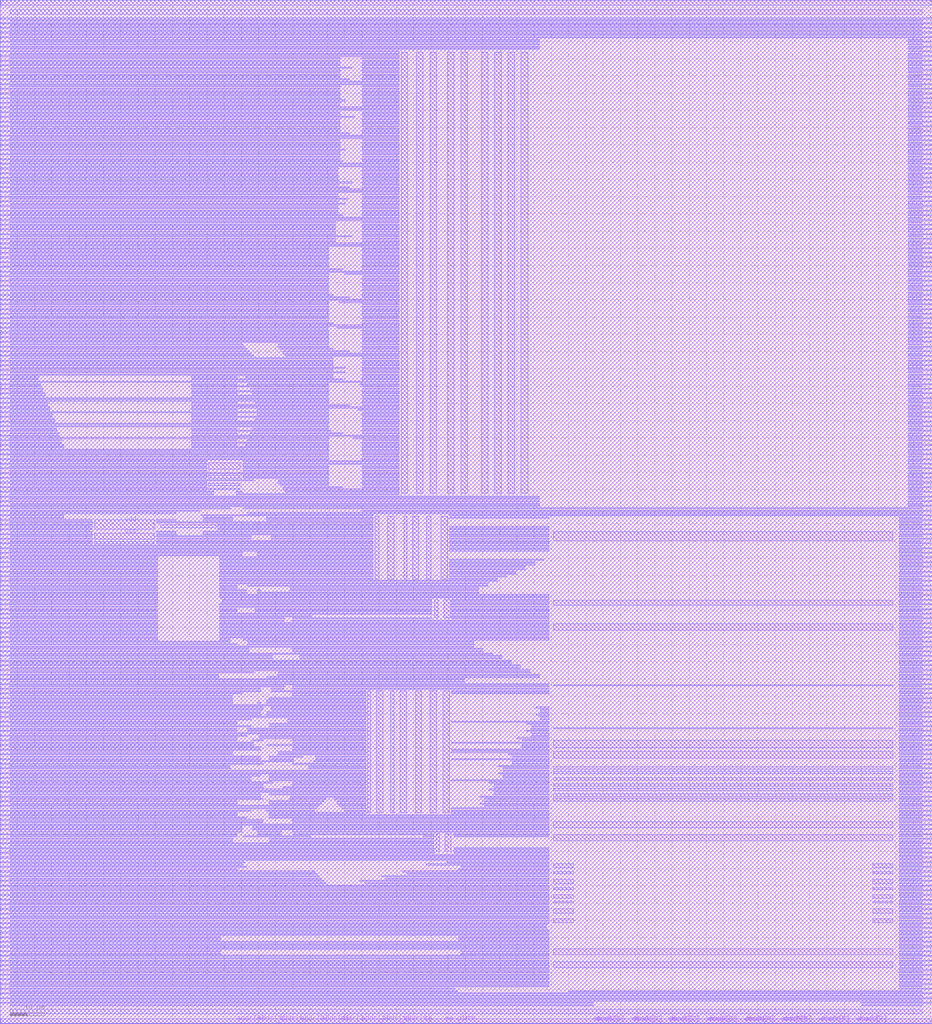
<source format=lef>
VERSION 5.8 ; 
BUSBITCHARS "[]" ; 
DIVIDERCHAR "/" ; 
MACRO sram22_512x8m8w1
    CLASS BLOCK  ;
    FOREIGN sram22_512x8m8w1   ;
    SIZE 270.560 BY 297.080 ;
    SYMMETRY X Y R90 ;
    PIN dout[0] 
        DIRECTION OUTPUT ; 
        ANTENNADIFFAREA 0.448000 LAYER met2 ;
        ANTENNAPARTIALMETALAREA 0.950300 LAYER met1 ;
        ANTENNAPARTIALMETALAREA 6.432400 LAYER met2 ;
        PORT 
            LAYER met1 ;
                RECT 172.830 0.000 172.970 0.140 ; 
        END 
    END dout[0] 
    PIN dout[1] 
        DIRECTION OUTPUT ; 
        ANTENNADIFFAREA 0.448000 LAYER met2 ;
        ANTENNAPARTIALMETALAREA 0.950300 LAYER met1 ;
        ANTENNAPARTIALMETALAREA 6.432400 LAYER met2 ;
        PORT 
            LAYER met1 ;
                RECT 183.730 0.000 183.870 0.140 ; 
        END 
    END dout[1] 
    PIN dout[2] 
        DIRECTION OUTPUT ; 
        ANTENNADIFFAREA 0.448000 LAYER met2 ;
        ANTENNAPARTIALMETALAREA 0.950300 LAYER met1 ;
        ANTENNAPARTIALMETALAREA 6.432400 LAYER met2 ;
        PORT 
            LAYER met1 ;
                RECT 194.630 0.000 194.770 0.140 ; 
        END 
    END dout[2] 
    PIN dout[3] 
        DIRECTION OUTPUT ; 
        ANTENNADIFFAREA 0.448000 LAYER met2 ;
        ANTENNAPARTIALMETALAREA 0.950300 LAYER met1 ;
        ANTENNAPARTIALMETALAREA 6.432400 LAYER met2 ;
        PORT 
            LAYER met1 ;
                RECT 205.530 0.000 205.670 0.140 ; 
        END 
    END dout[3] 
    PIN dout[4] 
        DIRECTION OUTPUT ; 
        ANTENNADIFFAREA 0.448000 LAYER met2 ;
        ANTENNAPARTIALMETALAREA 0.950300 LAYER met1 ;
        ANTENNAPARTIALMETALAREA 6.432400 LAYER met2 ;
        PORT 
            LAYER met1 ;
                RECT 216.430 0.000 216.570 0.140 ; 
        END 
    END dout[4] 
    PIN dout[5] 
        DIRECTION OUTPUT ; 
        ANTENNADIFFAREA 0.448000 LAYER met2 ;
        ANTENNAPARTIALMETALAREA 0.950300 LAYER met1 ;
        ANTENNAPARTIALMETALAREA 6.432400 LAYER met2 ;
        PORT 
            LAYER met1 ;
                RECT 227.330 0.000 227.470 0.140 ; 
        END 
    END dout[5] 
    PIN dout[6] 
        DIRECTION OUTPUT ; 
        ANTENNADIFFAREA 0.448000 LAYER met2 ;
        ANTENNAPARTIALMETALAREA 0.950300 LAYER met1 ;
        ANTENNAPARTIALMETALAREA 6.432400 LAYER met2 ;
        PORT 
            LAYER met1 ;
                RECT 238.230 0.000 238.370 0.140 ; 
        END 
    END dout[6] 
    PIN dout[7] 
        DIRECTION OUTPUT ; 
        ANTENNADIFFAREA 0.448000 LAYER met2 ;
        ANTENNAPARTIALMETALAREA 0.950300 LAYER met1 ;
        ANTENNAPARTIALMETALAREA 6.432400 LAYER met2 ;
        PORT 
            LAYER met1 ;
                RECT 249.130 0.000 249.270 0.140 ; 
        END 
    END dout[7] 
    PIN din[0] 
        DIRECTION INPUT ; 
        ANTENNAGATEAREA 0.126000 LAYER met2 ;
        ANTENNAPARTIALMETALAREA 3.802100 LAYER met1 ;
        ANTENNAPARTIALMETALAREA 6.154000 LAYER met2 ;
        PORT 
            LAYER met1 ;
                RECT 172.410 0.000 172.550 0.140 ; 
        END 
    END din[0] 
    PIN din[1] 
        DIRECTION INPUT ; 
        ANTENNAGATEAREA 0.126000 LAYER met2 ;
        ANTENNAPARTIALMETALAREA 3.802100 LAYER met1 ;
        ANTENNAPARTIALMETALAREA 6.154000 LAYER met2 ;
        PORT 
            LAYER met1 ;
                RECT 183.310 0.000 183.450 0.140 ; 
        END 
    END din[1] 
    PIN din[2] 
        DIRECTION INPUT ; 
        ANTENNAGATEAREA 0.126000 LAYER met2 ;
        ANTENNAPARTIALMETALAREA 3.802100 LAYER met1 ;
        ANTENNAPARTIALMETALAREA 6.154000 LAYER met2 ;
        PORT 
            LAYER met1 ;
                RECT 194.210 0.000 194.350 0.140 ; 
        END 
    END din[2] 
    PIN din[3] 
        DIRECTION INPUT ; 
        ANTENNAGATEAREA 0.126000 LAYER met2 ;
        ANTENNAPARTIALMETALAREA 3.802100 LAYER met1 ;
        ANTENNAPARTIALMETALAREA 6.154000 LAYER met2 ;
        PORT 
            LAYER met1 ;
                RECT 205.110 0.000 205.250 0.140 ; 
        END 
    END din[3] 
    PIN din[4] 
        DIRECTION INPUT ; 
        ANTENNAGATEAREA 0.126000 LAYER met2 ;
        ANTENNAPARTIALMETALAREA 3.802100 LAYER met1 ;
        ANTENNAPARTIALMETALAREA 6.154000 LAYER met2 ;
        PORT 
            LAYER met1 ;
                RECT 216.010 0.000 216.150 0.140 ; 
        END 
    END din[4] 
    PIN din[5] 
        DIRECTION INPUT ; 
        ANTENNAGATEAREA 0.126000 LAYER met2 ;
        ANTENNAPARTIALMETALAREA 3.802100 LAYER met1 ;
        ANTENNAPARTIALMETALAREA 6.154000 LAYER met2 ;
        PORT 
            LAYER met1 ;
                RECT 226.910 0.000 227.050 0.140 ; 
        END 
    END din[5] 
    PIN din[6] 
        DIRECTION INPUT ; 
        ANTENNAGATEAREA 0.126000 LAYER met2 ;
        ANTENNAPARTIALMETALAREA 3.802100 LAYER met1 ;
        ANTENNAPARTIALMETALAREA 6.154000 LAYER met2 ;
        PORT 
            LAYER met1 ;
                RECT 237.810 0.000 237.950 0.140 ; 
        END 
    END din[6] 
    PIN din[7] 
        DIRECTION INPUT ; 
        ANTENNAGATEAREA 0.126000 LAYER met2 ;
        ANTENNAPARTIALMETALAREA 3.802100 LAYER met1 ;
        ANTENNAPARTIALMETALAREA 6.154000 LAYER met2 ;
        PORT 
            LAYER met1 ;
                RECT 248.710 0.000 248.850 0.140 ; 
        END 
    END din[7] 
    PIN wmask[0] 
        DIRECTION INPUT ; 
        ANTENNAGATEAREA 0.126000 LAYER met2 ;
        ANTENNAPARTIALMETALAREA 1.612500 LAYER met1 ;
        ANTENNAPARTIALMETALAREA 0.278400 LAYER met2 ;
        PORT 
            LAYER met1 ;
                RECT 172.060 0.000 172.200 0.140 ; 
        END 
    END wmask[0] 
    PIN wmask[1] 
        DIRECTION INPUT ; 
        ANTENNAGATEAREA 0.126000 LAYER met2 ;
        ANTENNAPARTIALMETALAREA 1.612500 LAYER met1 ;
        ANTENNAPARTIALMETALAREA 0.278400 LAYER met2 ;
        PORT 
            LAYER met1 ;
                RECT 182.960 0.000 183.100 0.140 ; 
        END 
    END wmask[1] 
    PIN wmask[2] 
        DIRECTION INPUT ; 
        ANTENNAGATEAREA 0.126000 LAYER met2 ;
        ANTENNAPARTIALMETALAREA 1.612500 LAYER met1 ;
        ANTENNAPARTIALMETALAREA 0.278400 LAYER met2 ;
        PORT 
            LAYER met1 ;
                RECT 193.860 0.000 194.000 0.140 ; 
        END 
    END wmask[2] 
    PIN wmask[3] 
        DIRECTION INPUT ; 
        ANTENNAGATEAREA 0.126000 LAYER met2 ;
        ANTENNAPARTIALMETALAREA 1.612500 LAYER met1 ;
        ANTENNAPARTIALMETALAREA 0.278400 LAYER met2 ;
        PORT 
            LAYER met1 ;
                RECT 204.760 0.000 204.900 0.140 ; 
        END 
    END wmask[3] 
    PIN wmask[4] 
        DIRECTION INPUT ; 
        ANTENNAGATEAREA 0.126000 LAYER met2 ;
        ANTENNAPARTIALMETALAREA 1.612500 LAYER met1 ;
        ANTENNAPARTIALMETALAREA 0.278400 LAYER met2 ;
        PORT 
            LAYER met1 ;
                RECT 215.660 0.000 215.800 0.140 ; 
        END 
    END wmask[4] 
    PIN wmask[5] 
        DIRECTION INPUT ; 
        ANTENNAGATEAREA 0.126000 LAYER met2 ;
        ANTENNAPARTIALMETALAREA 1.612500 LAYER met1 ;
        ANTENNAPARTIALMETALAREA 0.278400 LAYER met2 ;
        PORT 
            LAYER met1 ;
                RECT 226.560 0.000 226.700 0.140 ; 
        END 
    END wmask[5] 
    PIN wmask[6] 
        DIRECTION INPUT ; 
        ANTENNAGATEAREA 0.126000 LAYER met2 ;
        ANTENNAPARTIALMETALAREA 1.612500 LAYER met1 ;
        ANTENNAPARTIALMETALAREA 0.278400 LAYER met2 ;
        PORT 
            LAYER met1 ;
                RECT 237.460 0.000 237.600 0.140 ; 
        END 
    END wmask[6] 
    PIN wmask[7] 
        DIRECTION INPUT ; 
        ANTENNAGATEAREA 0.126000 LAYER met2 ;
        ANTENNAPARTIALMETALAREA 1.612500 LAYER met1 ;
        ANTENNAPARTIALMETALAREA 0.278400 LAYER met2 ;
        PORT 
            LAYER met1 ;
                RECT 248.360 0.000 248.500 0.140 ; 
        END 
    END wmask[7] 
    PIN addr[0] 
        DIRECTION INPUT ; 
        ANTENNAGATEAREA 0.126000 LAYER met1 ;
        ANTENNAPARTIALMETALAREA 6.011900 LAYER met1 ;
        PORT 
            LAYER met1 ;
                RECT 116.760 0.000 117.080 0.320 ; 
        END 
    END addr[0] 
    PIN addr[1] 
        DIRECTION INPUT ; 
        ANTENNAGATEAREA 0.126000 LAYER met1 ;
        ANTENNAPARTIALMETALAREA 6.011900 LAYER met1 ;
        PORT 
            LAYER met1 ;
                RECT 110.640 0.000 110.960 0.320 ; 
        END 
    END addr[1] 
    PIN addr[2] 
        DIRECTION INPUT ; 
        ANTENNAGATEAREA 0.126000 LAYER met1 ;
        ANTENNAPARTIALMETALAREA 6.011900 LAYER met1 ;
        PORT 
            LAYER met1 ;
                RECT 104.520 0.000 104.840 0.320 ; 
        END 
    END addr[2] 
    PIN addr[3] 
        DIRECTION INPUT ; 
        ANTENNAGATEAREA 0.126000 LAYER met1 ;
        ANTENNAPARTIALMETALAREA 6.011900 LAYER met1 ;
        PORT 
            LAYER met1 ;
                RECT 98.400 0.000 98.720 0.320 ; 
        END 
    END addr[3] 
    PIN addr[4] 
        DIRECTION INPUT ; 
        ANTENNAGATEAREA 0.126000 LAYER met1 ;
        ANTENNAPARTIALMETALAREA 6.011900 LAYER met1 ;
        PORT 
            LAYER met1 ;
                RECT 92.960 0.000 93.280 0.320 ; 
        END 
    END addr[4] 
    PIN addr[5] 
        DIRECTION INPUT ; 
        ANTENNAGATEAREA 0.126000 LAYER met1 ;
        ANTENNAPARTIALMETALAREA 6.011900 LAYER met1 ;
        PORT 
            LAYER met1 ;
                RECT 86.840 0.000 87.160 0.320 ; 
        END 
    END addr[5] 
    PIN addr[6] 
        DIRECTION INPUT ; 
        ANTENNAGATEAREA 0.126000 LAYER met1 ;
        ANTENNAPARTIALMETALAREA 6.011900 LAYER met1 ;
        PORT 
            LAYER met1 ;
                RECT 80.720 0.000 81.040 0.320 ; 
        END 
    END addr[6] 
    PIN addr[7] 
        DIRECTION INPUT ; 
        ANTENNAGATEAREA 0.126000 LAYER met1 ;
        ANTENNAPARTIALMETALAREA 6.011900 LAYER met1 ;
        PORT 
            LAYER met1 ;
                RECT 74.600 0.000 74.920 0.320 ; 
        END 
    END addr[7] 
    PIN addr[8] 
        DIRECTION INPUT ; 
        ANTENNAGATEAREA 0.126000 LAYER met1 ;
        ANTENNAPARTIALMETALAREA 6.011900 LAYER met1 ;
        PORT 
            LAYER met1 ;
                RECT 68.480 0.000 68.800 0.320 ; 
        END 
    END addr[8] 
    PIN we 
        DIRECTION INPUT ; 
        ANTENNAGATEAREA 0.126000 LAYER met1 ;
        ANTENNAPARTIALMETALAREA 6.011900 LAYER met1 ;
        PORT 
            LAYER met1 ;
                RECT 129.000 0.000 129.320 0.320 ; 
        END 
    END we 
    PIN ce 
        DIRECTION INPUT ; 
        ANTENNAGATEAREA 0.126000 LAYER met1 ;
        ANTENNAPARTIALMETALAREA 6.011900 LAYER met1 ;
        PORT 
            LAYER met1 ;
                RECT 122.880 0.000 123.200 0.320 ; 
        END 
    END ce 
    PIN clk 
        DIRECTION INPUT ; 
        ANTENNAGATEAREA 10.323000 LAYER met2 ;
        PORT 
            LAYER met1 ;
                RECT 132.400 0.000 132.720 0.320 ; 
        END 
    END clk 
    PIN rstb 
        DIRECTION INPUT ; 
        ANTENNAGATEAREA 14.229000 LAYER met2 ;
        PORT 
            LAYER met1 ;
                RECT 133.080 0.000 133.400 0.320 ; 
        END 
    END rstb 
    PIN vdd 
        DIRECTION INOUT ; 
        USE POWER ; 
        PORT 
            LAYER met2 ;
                RECT 0.160 5.920 172.160 6.240 ; 
                RECT 250.040 5.920 270.400 6.240 ; 
                RECT 0.160 7.280 270.400 7.600 ; 
                RECT 0.160 8.640 270.400 8.960 ; 
                RECT 0.160 10.000 132.040 10.320 ; 
                RECT 260.920 10.000 270.400 10.320 ; 
                RECT 0.160 11.360 159.240 11.680 ; 
                RECT 260.920 11.360 270.400 11.680 ; 
                RECT 0.160 12.720 159.240 13.040 ; 
                RECT 260.920 12.720 270.400 13.040 ; 
                RECT 0.160 14.080 159.240 14.400 ; 
                RECT 260.920 14.080 270.400 14.400 ; 
                RECT 0.160 15.440 159.240 15.760 ; 
                RECT 260.920 15.440 270.400 15.760 ; 
                RECT 0.160 16.800 159.240 17.120 ; 
                RECT 260.920 16.800 270.400 17.120 ; 
                RECT 0.160 18.160 159.240 18.480 ; 
                RECT 260.920 18.160 270.400 18.480 ; 
                RECT 0.160 19.520 159.240 19.840 ; 
                RECT 260.920 19.520 270.400 19.840 ; 
                RECT 0.160 20.880 64.040 21.200 ; 
                RECT 133.760 20.880 159.240 21.200 ; 
                RECT 260.920 20.880 270.400 21.200 ; 
                RECT 0.160 22.240 159.240 22.560 ; 
                RECT 260.920 22.240 270.400 22.560 ; 
                RECT 0.160 23.600 159.240 23.920 ; 
                RECT 260.920 23.600 270.400 23.920 ; 
                RECT 0.160 24.960 64.040 25.280 ; 
                RECT 133.080 24.960 159.240 25.280 ; 
                RECT 260.920 24.960 270.400 25.280 ; 
                RECT 0.160 26.320 159.240 26.640 ; 
                RECT 260.920 26.320 270.400 26.640 ; 
                RECT 0.160 27.680 158.560 28.000 ; 
                RECT 260.920 27.680 270.400 28.000 ; 
                RECT 0.160 29.040 159.240 29.360 ; 
                RECT 260.920 29.040 270.400 29.360 ; 
                RECT 0.160 30.400 159.240 30.720 ; 
                RECT 260.920 30.400 270.400 30.720 ; 
                RECT 0.160 31.760 159.240 32.080 ; 
                RECT 260.920 31.760 270.400 32.080 ; 
                RECT 0.160 33.120 159.240 33.440 ; 
                RECT 260.920 33.120 270.400 33.440 ; 
                RECT 0.160 34.480 159.240 34.800 ; 
                RECT 260.920 34.480 270.400 34.800 ; 
                RECT 0.160 35.840 159.240 36.160 ; 
                RECT 260.920 35.840 270.400 36.160 ; 
                RECT 0.160 37.200 159.240 37.520 ; 
                RECT 260.920 37.200 270.400 37.520 ; 
                RECT 0.160 38.560 159.240 38.880 ; 
                RECT 260.920 38.560 270.400 38.880 ; 
                RECT 0.160 39.920 159.240 40.240 ; 
                RECT 260.920 39.920 270.400 40.240 ; 
                RECT 0.160 41.280 93.960 41.600 ; 
                RECT 104.520 41.280 159.240 41.600 ; 
                RECT 260.920 41.280 270.400 41.600 ; 
                RECT 0.160 42.640 92.600 42.960 ; 
                RECT 110.640 42.640 159.240 42.960 ; 
                RECT 260.920 42.640 270.400 42.960 ; 
                RECT 0.160 44.000 91.240 44.320 ; 
                RECT 116.760 44.000 159.240 44.320 ; 
                RECT 260.920 44.000 270.400 44.320 ; 
                RECT 0.160 45.360 71.520 45.680 ; 
                RECT 133.760 45.360 159.240 45.680 ; 
                RECT 260.920 45.360 270.400 45.680 ; 
                RECT 0.160 46.720 70.840 47.040 ; 
                RECT 129.680 46.720 159.240 47.040 ; 
                RECT 260.920 46.720 270.400 47.040 ; 
                RECT 0.160 48.080 159.240 48.400 ; 
                RECT 260.920 48.080 270.400 48.400 ; 
                RECT 0.160 49.440 125.920 49.760 ; 
                RECT 131.720 49.440 159.240 49.760 ; 
                RECT 260.920 49.440 270.400 49.760 ; 
                RECT 0.160 50.800 125.920 51.120 ; 
                RECT 131.720 50.800 159.240 51.120 ; 
                RECT 260.920 50.800 270.400 51.120 ; 
                RECT 0.160 52.160 125.920 52.480 ; 
                RECT 260.920 52.160 270.400 52.480 ; 
                RECT 0.160 53.520 67.440 53.840 ; 
                RECT 78.000 53.520 125.920 53.840 ; 
                RECT 260.920 53.520 270.400 53.840 ; 
                RECT 0.160 54.880 68.800 55.200 ; 
                RECT 74.600 54.880 81.720 55.200 ; 
                RECT 84.800 54.880 125.920 55.200 ; 
                RECT 131.720 54.880 159.240 55.200 ; 
                RECT 260.920 54.880 270.400 55.200 ; 
                RECT 0.160 56.240 70.160 56.560 ; 
                RECT 73.240 56.240 159.240 56.560 ; 
                RECT 260.920 56.240 270.400 56.560 ; 
                RECT 0.160 57.600 159.240 57.920 ; 
                RECT 260.920 57.600 270.400 57.920 ; 
                RECT 0.160 58.960 76.280 59.280 ; 
                RECT 84.800 58.960 159.240 59.280 ; 
                RECT 260.920 58.960 270.400 59.280 ; 
                RECT 0.160 60.320 68.800 60.640 ; 
                RECT 78.000 60.320 159.240 60.640 ; 
                RECT 260.920 60.320 270.400 60.640 ; 
                RECT 0.160 61.680 72.880 62.000 ; 
                RECT 77.320 61.680 91.240 62.000 ; 
                RECT 99.760 61.680 106.200 62.000 ; 
                RECT 131.040 61.680 159.240 62.000 ; 
                RECT 260.920 61.680 270.400 62.000 ; 
                RECT 0.160 63.040 92.600 63.360 ; 
                RECT 98.400 63.040 106.200 63.360 ; 
                RECT 140.560 63.040 159.240 63.360 ; 
                RECT 260.920 63.040 270.400 63.360 ; 
                RECT 0.160 64.400 68.800 64.720 ; 
                RECT 78.000 64.400 93.960 64.720 ; 
                RECT 97.720 64.400 106.200 64.720 ; 
                RECT 140.560 64.400 159.240 64.720 ; 
                RECT 260.920 64.400 270.400 64.720 ; 
                RECT 0.160 65.760 75.600 66.080 ; 
                RECT 84.120 65.760 106.200 66.080 ; 
                RECT 139.200 65.760 159.240 66.080 ; 
                RECT 260.920 65.760 270.400 66.080 ; 
                RECT 0.160 67.120 106.200 67.440 ; 
                RECT 143.280 67.120 159.240 67.440 ; 
                RECT 260.920 67.120 270.400 67.440 ; 
                RECT 0.160 68.480 76.280 68.800 ; 
                RECT 82.080 68.480 106.200 68.800 ; 
                RECT 143.280 68.480 159.240 68.800 ; 
                RECT 260.920 68.480 270.400 68.800 ; 
                RECT 0.160 69.840 79.000 70.160 ; 
                RECT 84.800 69.840 106.200 70.160 ; 
                RECT 141.920 69.840 159.240 70.160 ; 
                RECT 260.920 69.840 270.400 70.160 ; 
                RECT 0.160 71.200 72.880 71.520 ; 
                RECT 78.000 71.200 106.200 71.520 ; 
                RECT 146.000 71.200 159.240 71.520 ; 
                RECT 260.920 71.200 270.400 71.520 ; 
                RECT 0.160 72.560 106.200 72.880 ; 
                RECT 144.640 72.560 159.240 72.880 ; 
                RECT 260.920 72.560 270.400 72.880 ; 
                RECT 0.160 73.920 66.760 74.240 ; 
                RECT 89.560 73.920 106.200 74.240 ; 
                RECT 146.000 73.920 159.240 74.240 ; 
                RECT 260.920 73.920 270.400 74.240 ; 
                RECT 0.160 75.280 76.280 75.600 ; 
                RECT 84.800 75.280 106.200 75.600 ; 
                RECT 148.720 75.280 159.240 75.600 ; 
                RECT 260.920 75.280 270.400 75.600 ; 
                RECT 0.160 76.640 75.600 76.960 ; 
                RECT 78.000 76.640 85.120 76.960 ; 
                RECT 91.600 76.640 106.200 76.960 ; 
                RECT 131.040 76.640 159.240 76.960 ; 
                RECT 260.920 76.640 270.400 76.960 ; 
                RECT 0.160 78.000 67.440 78.320 ; 
                RECT 80.720 78.000 106.200 78.320 ; 
                RECT 147.360 78.000 159.240 78.320 ; 
                RECT 260.920 78.000 270.400 78.320 ; 
                RECT 0.160 79.360 75.600 79.680 ; 
                RECT 84.800 79.360 106.200 79.680 ; 
                RECT 131.040 79.360 159.240 79.680 ; 
                RECT 260.920 79.360 270.400 79.680 ; 
                RECT 0.160 80.720 73.560 81.040 ; 
                RECT 77.320 80.720 106.200 81.040 ; 
                RECT 151.440 80.720 159.240 81.040 ; 
                RECT 260.920 80.720 270.400 81.040 ; 
                RECT 0.160 82.080 68.800 82.400 ; 
                RECT 73.240 82.080 76.280 82.400 ; 
                RECT 84.800 82.080 106.200 82.400 ; 
                RECT 151.440 82.080 159.240 82.400 ; 
                RECT 260.920 82.080 270.400 82.400 ; 
                RECT 0.160 83.440 71.520 83.760 ; 
                RECT 75.280 83.440 106.200 83.760 ; 
                RECT 154.160 83.440 159.240 83.760 ; 
                RECT 260.920 83.440 270.400 83.760 ; 
                RECT 0.160 84.800 68.800 85.120 ; 
                RECT 71.880 84.800 106.200 85.120 ; 
                RECT 152.800 84.800 159.240 85.120 ; 
                RECT 260.920 84.800 270.400 85.120 ; 
                RECT 0.160 86.160 72.880 86.480 ; 
                RECT 78.000 86.160 106.200 86.480 ; 
                RECT 154.160 86.160 159.240 86.480 ; 
                RECT 260.920 86.160 270.400 86.480 ; 
                RECT 0.160 87.520 68.800 87.840 ; 
                RECT 83.440 87.520 106.200 87.840 ; 
                RECT 131.040 87.520 159.240 87.840 ; 
                RECT 260.920 87.520 270.400 87.840 ; 
                RECT 0.160 88.880 106.200 89.200 ; 
                RECT 156.880 88.880 159.240 89.200 ; 
                RECT 260.920 88.880 270.400 89.200 ; 
                RECT 0.160 90.240 75.600 90.560 ; 
                RECT 77.320 90.240 106.200 90.560 ; 
                RECT 156.880 90.240 159.240 90.560 ; 
                RECT 260.920 90.240 270.400 90.560 ; 
                RECT 0.160 91.600 76.280 91.920 ; 
                RECT 78.680 91.600 106.200 91.920 ; 
                RECT 155.520 91.600 159.240 91.920 ; 
                RECT 260.920 91.600 270.400 91.920 ; 
                RECT 0.160 92.960 67.440 93.280 ; 
                RECT 74.600 92.960 75.600 93.280 ; 
                RECT 77.320 92.960 106.200 93.280 ; 
                RECT 260.920 92.960 270.400 93.280 ; 
                RECT 0.160 94.320 67.440 94.640 ; 
                RECT 78.000 94.320 106.200 94.640 ; 
                RECT 260.920 94.320 270.400 94.640 ; 
                RECT 0.160 95.680 70.160 96.000 ; 
                RECT 84.800 95.680 106.200 96.000 ; 
                RECT 131.040 95.680 159.240 96.000 ; 
                RECT 260.920 95.680 270.400 96.000 ; 
                RECT 0.160 97.040 75.600 97.360 ; 
                RECT 78.680 97.040 82.400 97.360 ; 
                RECT 84.800 97.040 159.240 97.360 ; 
                RECT 260.920 97.040 270.400 97.360 ; 
                RECT 0.160 98.400 159.240 98.720 ; 
                RECT 260.920 98.400 270.400 98.720 ; 
                RECT 0.160 99.760 134.760 100.080 ; 
                RECT 260.920 99.760 270.400 100.080 ; 
                RECT 0.160 101.120 63.360 101.440 ; 
                RECT 80.720 101.120 156.520 101.440 ; 
                RECT 260.920 101.120 270.400 101.440 ; 
                RECT 0.160 102.480 153.800 102.800 ; 
                RECT 260.920 102.480 270.400 102.800 ; 
                RECT 0.160 103.840 151.080 104.160 ; 
                RECT 260.920 103.840 270.400 104.160 ; 
                RECT 0.160 105.200 148.360 105.520 ; 
                RECT 260.920 105.200 270.400 105.520 ; 
                RECT 0.160 106.560 79.000 106.880 ; 
                RECT 86.840 106.560 145.640 106.880 ; 
                RECT 260.920 106.560 270.400 106.880 ; 
                RECT 0.160 107.920 72.200 108.240 ; 
                RECT 84.800 107.920 140.200 108.240 ; 
                RECT 260.920 107.920 270.400 108.240 ; 
                RECT 0.160 109.280 137.480 109.600 ; 
                RECT 260.920 109.280 270.400 109.600 ; 
                RECT 0.160 110.640 66.760 110.960 ; 
                RECT 71.880 110.640 137.480 110.960 ; 
                RECT 260.920 110.640 270.400 110.960 ; 
                RECT 0.160 112.000 45.680 112.320 ; 
                RECT 63.720 112.000 159.240 112.320 ; 
                RECT 260.920 112.000 270.400 112.320 ; 
                RECT 0.160 113.360 45.680 113.680 ; 
                RECT 63.720 113.360 159.240 113.680 ; 
                RECT 260.920 113.360 270.400 113.680 ; 
                RECT 0.160 114.720 45.680 115.040 ; 
                RECT 63.720 114.720 159.240 115.040 ; 
                RECT 260.920 114.720 270.400 115.040 ; 
                RECT 0.160 116.080 45.680 116.400 ; 
                RECT 63.720 116.080 159.240 116.400 ; 
                RECT 260.920 116.080 270.400 116.400 ; 
                RECT 0.160 117.440 45.680 117.760 ; 
                RECT 63.720 117.440 82.400 117.760 ; 
                RECT 84.800 117.440 125.240 117.760 ; 
                RECT 131.040 117.440 159.240 117.760 ; 
                RECT 260.920 117.440 270.400 117.760 ; 
                RECT 0.160 118.800 45.680 119.120 ; 
                RECT 63.720 118.800 125.240 119.120 ; 
                RECT 131.040 118.800 159.240 119.120 ; 
                RECT 260.920 118.800 270.400 119.120 ; 
                RECT 0.160 120.160 45.680 120.480 ; 
                RECT 63.720 120.160 68.800 120.480 ; 
                RECT 73.920 120.160 125.240 120.480 ; 
                RECT 131.040 120.160 159.240 120.480 ; 
                RECT 260.920 120.160 270.400 120.480 ; 
                RECT 0.160 121.520 45.680 121.840 ; 
                RECT 63.720 121.520 125.240 121.840 ; 
                RECT 131.040 121.520 159.240 121.840 ; 
                RECT 260.920 121.520 270.400 121.840 ; 
                RECT 0.160 122.880 45.680 123.200 ; 
                RECT 64.400 122.880 125.240 123.200 ; 
                RECT 131.040 122.880 159.240 123.200 ; 
                RECT 260.920 122.880 270.400 123.200 ; 
                RECT 0.160 124.240 45.680 124.560 ; 
                RECT 63.720 124.240 159.240 124.560 ; 
                RECT 260.920 124.240 270.400 124.560 ; 
                RECT 0.160 125.600 45.680 125.920 ; 
                RECT 63.720 125.600 71.520 125.920 ; 
                RECT 74.600 125.600 75.600 125.920 ; 
                RECT 84.120 125.600 138.840 125.920 ; 
                RECT 260.920 125.600 270.400 125.920 ; 
                RECT 0.160 126.960 45.680 127.280 ; 
                RECT 63.720 126.960 68.800 127.280 ; 
                RECT 71.880 126.960 141.560 127.280 ; 
                RECT 260.920 126.960 270.400 127.280 ; 
                RECT 0.160 128.320 45.680 128.640 ; 
                RECT 63.720 128.320 144.280 128.640 ; 
                RECT 260.920 128.320 270.400 128.640 ; 
                RECT 0.160 129.680 45.680 130.000 ; 
                RECT 63.720 129.680 108.240 130.000 ; 
                RECT 130.360 129.680 147.000 130.000 ; 
                RECT 260.920 129.680 270.400 130.000 ; 
                RECT 0.160 131.040 45.680 131.360 ; 
                RECT 63.720 131.040 108.240 131.360 ; 
                RECT 130.360 131.040 149.720 131.360 ; 
                RECT 260.920 131.040 270.400 131.360 ; 
                RECT 0.160 132.400 45.680 132.720 ; 
                RECT 63.720 132.400 108.240 132.720 ; 
                RECT 130.360 132.400 152.440 132.720 ; 
                RECT 260.920 132.400 270.400 132.720 ; 
                RECT 0.160 133.760 45.680 134.080 ; 
                RECT 63.720 133.760 108.240 134.080 ; 
                RECT 130.360 133.760 155.160 134.080 ; 
                RECT 260.920 133.760 270.400 134.080 ; 
                RECT 0.160 135.120 45.680 135.440 ; 
                RECT 63.720 135.120 108.240 135.440 ; 
                RECT 260.920 135.120 270.400 135.440 ; 
                RECT 0.160 136.480 70.160 136.800 ; 
                RECT 74.600 136.480 108.240 136.800 ; 
                RECT 260.920 136.480 270.400 136.800 ; 
                RECT 0.160 137.840 108.240 138.160 ; 
                RECT 130.360 137.840 159.240 138.160 ; 
                RECT 260.920 137.840 270.400 138.160 ; 
                RECT 0.160 139.200 26.640 139.520 ; 
                RECT 45.360 139.200 108.240 139.520 ; 
                RECT 130.360 139.200 159.240 139.520 ; 
                RECT 260.920 139.200 270.400 139.520 ; 
                RECT 0.160 140.560 26.640 140.880 ; 
                RECT 45.360 140.560 72.880 140.880 ; 
                RECT 78.680 140.560 108.240 140.880 ; 
                RECT 130.360 140.560 159.240 140.880 ; 
                RECT 260.920 140.560 270.400 140.880 ; 
                RECT 0.160 141.920 26.640 142.240 ; 
                RECT 45.360 141.920 51.120 142.240 ; 
                RECT 58.960 141.920 108.240 142.240 ; 
                RECT 130.360 141.920 159.240 142.240 ; 
                RECT 260.920 141.920 270.400 142.240 ; 
                RECT 0.160 143.280 26.640 143.600 ; 
                RECT 63.040 143.280 108.240 143.600 ; 
                RECT 130.360 143.280 159.240 143.600 ; 
                RECT 260.920 143.280 270.400 143.600 ; 
                RECT 0.160 144.640 26.640 144.960 ; 
                RECT 63.040 144.640 108.240 144.960 ; 
                RECT 260.920 144.640 270.400 144.960 ; 
                RECT 0.160 146.000 26.640 146.320 ; 
                RECT 45.360 146.000 51.120 146.320 ; 
                RECT 58.960 146.000 67.440 146.320 ; 
                RECT 77.320 146.000 108.240 146.320 ; 
                RECT 260.920 146.000 270.400 146.320 ; 
                RECT 0.160 147.360 18.480 147.680 ; 
                RECT 58.280 147.360 108.240 147.680 ; 
                RECT 130.360 147.360 270.400 147.680 ; 
                RECT 0.160 148.720 57.920 149.040 ; 
                RECT 105.200 148.720 270.400 149.040 ; 
                RECT 0.160 150.080 156.520 150.400 ; 
                RECT 263.640 150.080 270.400 150.400 ; 
                RECT 0.160 151.440 156.520 151.760 ; 
                RECT 263.640 151.440 270.400 151.760 ; 
                RECT 0.160 152.800 156.520 153.120 ; 
                RECT 263.640 152.800 270.400 153.120 ; 
                RECT 0.160 154.160 62.000 154.480 ; 
                RECT 68.480 154.160 70.160 154.480 ; 
                RECT 82.760 154.160 115.720 154.480 ; 
                RECT 263.640 154.160 270.400 154.480 ; 
                RECT 0.160 155.520 59.960 155.840 ; 
                RECT 82.080 155.520 99.400 155.840 ; 
                RECT 105.200 155.520 115.720 155.840 ; 
                RECT 263.640 155.520 270.400 155.840 ; 
                RECT 0.160 156.880 59.960 157.200 ; 
                RECT 80.720 156.880 95.320 157.200 ; 
                RECT 105.200 156.880 115.720 157.200 ; 
                RECT 263.640 156.880 270.400 157.200 ; 
                RECT 0.160 158.240 59.960 158.560 ; 
                RECT 70.520 158.240 95.320 158.560 ; 
                RECT 105.200 158.240 115.720 158.560 ; 
                RECT 263.640 158.240 270.400 158.560 ; 
                RECT 0.160 159.600 95.320 159.920 ; 
                RECT 105.200 159.600 115.720 159.920 ; 
                RECT 263.640 159.600 270.400 159.920 ; 
                RECT 0.160 160.960 59.960 161.280 ; 
                RECT 70.520 160.960 95.320 161.280 ; 
                RECT 105.200 160.960 115.720 161.280 ; 
                RECT 263.640 160.960 270.400 161.280 ; 
                RECT 0.160 162.320 59.960 162.640 ; 
                RECT 70.520 162.320 115.720 162.640 ; 
                RECT 263.640 162.320 270.400 162.640 ; 
                RECT 0.160 163.680 95.320 164.000 ; 
                RECT 105.200 163.680 115.720 164.000 ; 
                RECT 263.640 163.680 270.400 164.000 ; 
                RECT 0.160 165.040 95.320 165.360 ; 
                RECT 105.200 165.040 115.720 165.360 ; 
                RECT 263.640 165.040 270.400 165.360 ; 
                RECT 0.160 166.400 95.320 166.720 ; 
                RECT 105.200 166.400 115.720 166.720 ; 
                RECT 263.640 166.400 270.400 166.720 ; 
                RECT 0.160 167.760 18.480 168.080 ; 
                RECT 55.560 167.760 68.800 168.080 ; 
                RECT 71.200 167.760 95.320 168.080 ; 
                RECT 105.200 167.760 115.720 168.080 ; 
                RECT 263.640 167.760 270.400 168.080 ; 
                RECT 0.160 169.120 17.800 169.440 ; 
                RECT 55.560 169.120 68.800 169.440 ; 
                RECT 71.880 169.120 95.320 169.440 ; 
                RECT 105.200 169.120 115.720 169.440 ; 
                RECT 263.640 169.120 270.400 169.440 ; 
                RECT 0.160 170.480 17.120 170.800 ; 
                RECT 55.560 170.480 115.720 170.800 ; 
                RECT 263.640 170.480 270.400 170.800 ; 
                RECT 0.160 171.840 16.440 172.160 ; 
                RECT 55.560 171.840 96.000 172.160 ; 
                RECT 105.200 171.840 115.720 172.160 ; 
                RECT 263.640 171.840 270.400 172.160 ; 
                RECT 0.160 173.200 95.320 173.520 ; 
                RECT 105.200 173.200 115.720 173.520 ; 
                RECT 263.640 173.200 270.400 173.520 ; 
                RECT 0.160 174.560 15.760 174.880 ; 
                RECT 55.560 174.560 95.320 174.880 ; 
                RECT 105.200 174.560 115.720 174.880 ; 
                RECT 263.640 174.560 270.400 174.880 ; 
                RECT 0.160 175.920 15.080 176.240 ; 
                RECT 55.560 175.920 95.320 176.240 ; 
                RECT 105.200 175.920 115.720 176.240 ; 
                RECT 263.640 175.920 270.400 176.240 ; 
                RECT 0.160 177.280 95.320 177.600 ; 
                RECT 105.200 177.280 115.720 177.600 ; 
                RECT 263.640 177.280 270.400 177.600 ; 
                RECT 0.160 178.640 14.400 178.960 ; 
                RECT 55.560 178.640 115.720 178.960 ; 
                RECT 263.640 178.640 270.400 178.960 ; 
                RECT 0.160 180.000 13.720 180.320 ; 
                RECT 55.560 180.000 68.800 180.320 ; 
                RECT 73.920 180.000 95.320 180.320 ; 
                RECT 105.200 180.000 115.720 180.320 ; 
                RECT 263.640 180.000 270.400 180.320 ; 
                RECT 0.160 181.360 95.320 181.680 ; 
                RECT 105.200 181.360 115.720 181.680 ; 
                RECT 263.640 181.360 270.400 181.680 ; 
                RECT 0.160 182.720 13.040 183.040 ; 
                RECT 55.560 182.720 68.800 183.040 ; 
                RECT 73.240 182.720 95.320 183.040 ; 
                RECT 105.200 182.720 115.720 183.040 ; 
                RECT 263.640 182.720 270.400 183.040 ; 
                RECT 0.160 184.080 12.360 184.400 ; 
                RECT 55.560 184.080 68.800 184.400 ; 
                RECT 72.560 184.080 95.320 184.400 ; 
                RECT 105.200 184.080 115.720 184.400 ; 
                RECT 263.640 184.080 270.400 184.400 ; 
                RECT 0.160 185.440 11.680 185.760 ; 
                RECT 55.560 185.440 68.800 185.760 ; 
                RECT 71.880 185.440 95.320 185.760 ; 
                RECT 104.520 185.440 115.720 185.760 ; 
                RECT 263.640 185.440 270.400 185.760 ; 
                RECT 0.160 186.800 11.000 187.120 ; 
                RECT 55.560 186.800 99.400 187.120 ; 
                RECT 105.200 186.800 115.720 187.120 ; 
                RECT 263.640 186.800 270.400 187.120 ; 
                RECT 0.160 188.160 96.680 188.480 ; 
                RECT 105.200 188.160 115.720 188.480 ; 
                RECT 263.640 188.160 270.400 188.480 ; 
                RECT 0.160 189.520 96.680 189.840 ; 
                RECT 105.200 189.520 115.720 189.840 ; 
                RECT 263.640 189.520 270.400 189.840 ; 
                RECT 0.160 190.880 96.680 191.200 ; 
                RECT 105.200 190.880 115.720 191.200 ; 
                RECT 263.640 190.880 270.400 191.200 ; 
                RECT 0.160 192.240 96.680 192.560 ; 
                RECT 105.200 192.240 115.720 192.560 ; 
                RECT 263.640 192.240 270.400 192.560 ; 
                RECT 0.160 193.600 73.560 193.920 ; 
                RECT 82.760 193.600 115.720 193.920 ; 
                RECT 263.640 193.600 270.400 193.920 ; 
                RECT 0.160 194.960 72.200 195.280 ; 
                RECT 82.080 194.960 101.440 195.280 ; 
                RECT 105.200 194.960 115.720 195.280 ; 
                RECT 263.640 194.960 270.400 195.280 ; 
                RECT 0.160 196.320 70.840 196.640 ; 
                RECT 80.720 196.320 95.320 196.640 ; 
                RECT 105.200 196.320 115.720 196.640 ; 
                RECT 263.640 196.320 270.400 196.640 ; 
                RECT 0.160 197.680 95.320 198.000 ; 
                RECT 105.200 197.680 115.720 198.000 ; 
                RECT 263.640 197.680 270.400 198.000 ; 
                RECT 0.160 199.040 95.320 199.360 ; 
                RECT 105.200 199.040 115.720 199.360 ; 
                RECT 263.640 199.040 270.400 199.360 ; 
                RECT 0.160 200.400 95.320 200.720 ; 
                RECT 105.200 200.400 115.720 200.720 ; 
                RECT 263.640 200.400 270.400 200.720 ; 
                RECT 0.160 201.760 95.320 202.080 ; 
                RECT 97.720 201.760 115.720 202.080 ; 
                RECT 263.640 201.760 270.400 202.080 ; 
                RECT 0.160 203.120 96.680 203.440 ; 
                RECT 105.200 203.120 115.720 203.440 ; 
                RECT 263.640 203.120 270.400 203.440 ; 
                RECT 0.160 204.480 95.320 204.800 ; 
                RECT 105.200 204.480 115.720 204.800 ; 
                RECT 263.640 204.480 270.400 204.800 ; 
                RECT 0.160 205.840 95.320 206.160 ; 
                RECT 105.200 205.840 115.720 206.160 ; 
                RECT 263.640 205.840 270.400 206.160 ; 
                RECT 0.160 207.200 95.320 207.520 ; 
                RECT 105.200 207.200 115.720 207.520 ; 
                RECT 263.640 207.200 270.400 207.520 ; 
                RECT 0.160 208.560 95.320 208.880 ; 
                RECT 105.200 208.560 115.720 208.880 ; 
                RECT 263.640 208.560 270.400 208.880 ; 
                RECT 0.160 209.920 115.720 210.240 ; 
                RECT 263.640 209.920 270.400 210.240 ; 
                RECT 0.160 211.280 96.680 211.600 ; 
                RECT 105.200 211.280 115.720 211.600 ; 
                RECT 263.640 211.280 270.400 211.600 ; 
                RECT 0.160 212.640 95.320 212.960 ; 
                RECT 105.200 212.640 115.720 212.960 ; 
                RECT 263.640 212.640 270.400 212.960 ; 
                RECT 0.160 214.000 95.320 214.320 ; 
                RECT 105.200 214.000 115.720 214.320 ; 
                RECT 263.640 214.000 270.400 214.320 ; 
                RECT 0.160 215.360 95.320 215.680 ; 
                RECT 105.200 215.360 115.720 215.680 ; 
                RECT 263.640 215.360 270.400 215.680 ; 
                RECT 0.160 216.720 95.320 217.040 ; 
                RECT 105.200 216.720 115.720 217.040 ; 
                RECT 263.640 216.720 270.400 217.040 ; 
                RECT 0.160 218.080 115.720 218.400 ; 
                RECT 263.640 218.080 270.400 218.400 ; 
                RECT 0.160 219.440 95.320 219.760 ; 
                RECT 105.200 219.440 115.720 219.760 ; 
                RECT 263.640 219.440 270.400 219.760 ; 
                RECT 0.160 220.800 95.320 221.120 ; 
                RECT 105.200 220.800 115.720 221.120 ; 
                RECT 263.640 220.800 270.400 221.120 ; 
                RECT 0.160 222.160 95.320 222.480 ; 
                RECT 105.200 222.160 115.720 222.480 ; 
                RECT 263.640 222.160 270.400 222.480 ; 
                RECT 0.160 223.520 95.320 223.840 ; 
                RECT 105.200 223.520 115.720 223.840 ; 
                RECT 263.640 223.520 270.400 223.840 ; 
                RECT 0.160 224.880 95.320 225.200 ; 
                RECT 105.200 224.880 115.720 225.200 ; 
                RECT 263.640 224.880 270.400 225.200 ; 
                RECT 0.160 226.240 115.720 226.560 ; 
                RECT 263.640 226.240 270.400 226.560 ; 
                RECT 0.160 227.600 97.360 227.920 ; 
                RECT 105.200 227.600 115.720 227.920 ; 
                RECT 263.640 227.600 270.400 227.920 ; 
                RECT 0.160 228.960 97.360 229.280 ; 
                RECT 105.200 228.960 115.720 229.280 ; 
                RECT 263.640 228.960 270.400 229.280 ; 
                RECT 0.160 230.320 97.360 230.640 ; 
                RECT 105.200 230.320 115.720 230.640 ; 
                RECT 263.640 230.320 270.400 230.640 ; 
                RECT 0.160 231.680 97.360 232.000 ; 
                RECT 105.200 231.680 115.720 232.000 ; 
                RECT 263.640 231.680 270.400 232.000 ; 
                RECT 0.160 233.040 115.720 233.360 ; 
                RECT 263.640 233.040 270.400 233.360 ; 
                RECT 0.160 234.400 99.400 234.720 ; 
                RECT 105.200 234.400 115.720 234.720 ; 
                RECT 263.640 234.400 270.400 234.720 ; 
                RECT 0.160 235.760 98.040 236.080 ; 
                RECT 105.200 235.760 115.720 236.080 ; 
                RECT 263.640 235.760 270.400 236.080 ; 
                RECT 0.160 237.120 98.040 237.440 ; 
                RECT 105.200 237.120 115.720 237.440 ; 
                RECT 263.640 237.120 270.400 237.440 ; 
                RECT 0.160 238.480 98.040 238.800 ; 
                RECT 105.200 238.480 115.720 238.800 ; 
                RECT 263.640 238.480 270.400 238.800 ; 
                RECT 0.160 239.840 98.040 240.160 ; 
                RECT 105.200 239.840 115.720 240.160 ; 
                RECT 263.640 239.840 270.400 240.160 ; 
                RECT 0.160 241.200 115.720 241.520 ; 
                RECT 263.640 241.200 270.400 241.520 ; 
                RECT 0.160 242.560 101.440 242.880 ; 
                RECT 105.200 242.560 115.720 242.880 ; 
                RECT 263.640 242.560 270.400 242.880 ; 
                RECT 0.160 243.920 102.120 244.240 ; 
                RECT 105.200 243.920 115.720 244.240 ; 
                RECT 263.640 243.920 270.400 244.240 ; 
                RECT 0.160 245.280 98.040 245.600 ; 
                RECT 105.200 245.280 115.720 245.600 ; 
                RECT 263.640 245.280 270.400 245.600 ; 
                RECT 0.160 246.640 98.040 246.960 ; 
                RECT 105.200 246.640 115.720 246.960 ; 
                RECT 263.640 246.640 270.400 246.960 ; 
                RECT 0.160 248.000 98.040 248.320 ; 
                RECT 105.200 248.000 115.720 248.320 ; 
                RECT 263.640 248.000 270.400 248.320 ; 
                RECT 0.160 249.360 115.720 249.680 ; 
                RECT 263.640 249.360 270.400 249.680 ; 
                RECT 0.160 250.720 98.720 251.040 ; 
                RECT 105.200 250.720 115.720 251.040 ; 
                RECT 263.640 250.720 270.400 251.040 ; 
                RECT 0.160 252.080 98.720 252.400 ; 
                RECT 105.200 252.080 115.720 252.400 ; 
                RECT 263.640 252.080 270.400 252.400 ; 
                RECT 0.160 253.440 100.080 253.760 ; 
                RECT 105.200 253.440 115.720 253.760 ; 
                RECT 263.640 253.440 270.400 253.760 ; 
                RECT 0.160 254.800 98.720 255.120 ; 
                RECT 105.200 254.800 115.720 255.120 ; 
                RECT 263.640 254.800 270.400 255.120 ; 
                RECT 0.160 256.160 98.720 256.480 ; 
                RECT 105.200 256.160 115.720 256.480 ; 
                RECT 263.640 256.160 270.400 256.480 ; 
                RECT 0.160 257.520 115.720 257.840 ; 
                RECT 263.640 257.520 270.400 257.840 ; 
                RECT 0.160 258.880 98.720 259.200 ; 
                RECT 105.200 258.880 115.720 259.200 ; 
                RECT 263.640 258.880 270.400 259.200 ; 
                RECT 0.160 260.240 98.720 260.560 ; 
                RECT 105.200 260.240 115.720 260.560 ; 
                RECT 263.640 260.240 270.400 260.560 ; 
                RECT 0.160 261.600 98.720 261.920 ; 
                RECT 105.200 261.600 115.720 261.920 ; 
                RECT 263.640 261.600 270.400 261.920 ; 
                RECT 0.160 262.960 102.800 263.280 ; 
                RECT 105.200 262.960 115.720 263.280 ; 
                RECT 263.640 262.960 270.400 263.280 ; 
                RECT 0.160 264.320 98.720 264.640 ; 
                RECT 105.200 264.320 115.720 264.640 ; 
                RECT 263.640 264.320 270.400 264.640 ; 
                RECT 0.160 265.680 115.720 266.000 ; 
                RECT 263.640 265.680 270.400 266.000 ; 
                RECT 0.160 267.040 98.720 267.360 ; 
                RECT 105.200 267.040 115.720 267.360 ; 
                RECT 263.640 267.040 270.400 267.360 ; 
                RECT 0.160 268.400 98.720 268.720 ; 
                RECT 105.200 268.400 115.720 268.720 ; 
                RECT 263.640 268.400 270.400 268.720 ; 
                RECT 0.160 269.760 98.720 270.080 ; 
                RECT 105.200 269.760 115.720 270.080 ; 
                RECT 263.640 269.760 270.400 270.080 ; 
                RECT 0.160 271.120 98.720 271.440 ; 
                RECT 105.200 271.120 115.720 271.440 ; 
                RECT 263.640 271.120 270.400 271.440 ; 
                RECT 0.160 272.480 115.720 272.800 ; 
                RECT 263.640 272.480 270.400 272.800 ; 
                RECT 0.160 273.840 101.440 274.160 ; 
                RECT 105.200 273.840 115.720 274.160 ; 
                RECT 263.640 273.840 270.400 274.160 ; 
                RECT 0.160 275.200 98.720 275.520 ; 
                RECT 105.200 275.200 115.720 275.520 ; 
                RECT 263.640 275.200 270.400 275.520 ; 
                RECT 0.160 276.560 98.720 276.880 ; 
                RECT 105.200 276.560 115.720 276.880 ; 
                RECT 263.640 276.560 270.400 276.880 ; 
                RECT 0.160 277.920 98.720 278.240 ; 
                RECT 105.200 277.920 115.720 278.240 ; 
                RECT 263.640 277.920 270.400 278.240 ; 
                RECT 0.160 279.280 98.720 279.600 ; 
                RECT 105.200 279.280 115.720 279.600 ; 
                RECT 263.640 279.280 270.400 279.600 ; 
                RECT 0.160 280.640 115.720 280.960 ; 
                RECT 263.640 280.640 270.400 280.960 ; 
                RECT 0.160 282.000 115.720 282.320 ; 
                RECT 263.640 282.000 270.400 282.320 ; 
                RECT 0.160 283.360 156.520 283.680 ; 
                RECT 263.640 283.360 270.400 283.680 ; 
                RECT 0.160 284.720 156.520 285.040 ; 
                RECT 263.640 284.720 270.400 285.040 ; 
                RECT 0.160 286.080 270.400 286.400 ; 
                RECT 0.160 287.440 270.400 287.760 ; 
                RECT 0.160 288.800 270.400 289.120 ; 
                RECT 0.160 290.160 270.400 290.480 ; 
                RECT 0.160 291.520 270.400 291.840 ; 
                RECT 0.160 0.160 270.400 1.520 ; 
                RECT 0.160 295.560 270.400 296.920 ; 
                RECT 160.660 32.015 166.460 33.385 ; 
                RECT 253.360 32.015 259.160 33.385 ; 
                RECT 160.660 36.485 166.460 37.425 ; 
                RECT 253.360 36.485 259.160 37.425 ; 
                RECT 160.660 40.675 166.460 41.885 ; 
                RECT 253.360 40.675 259.160 41.885 ; 
                RECT 160.660 45.275 166.460 46.485 ; 
                RECT 253.360 45.275 259.160 46.485 ; 
                RECT 160.660 67.580 259.160 68.380 ; 
                RECT 160.660 114.215 259.160 116.015 ; 
                RECT 160.660 53.100 259.160 54.900 ; 
                RECT 160.660 64.570 259.160 65.370 ; 
                RECT 160.660 72.470 259.160 73.270 ; 
                RECT 160.660 85.575 259.160 85.865 ; 
                RECT 160.660 80.150 259.160 82.240 ; 
                RECT 160.660 140.205 259.160 142.805 ; 
                RECT 160.660 16.260 259.160 18.060 ; 
                RECT 120.860 153.875 122.780 281.855 ; 
                RECT 124.700 153.875 126.620 281.855 ; 
                RECT 139.690 153.875 141.610 281.855 ; 
                RECT 143.530 153.875 145.450 281.855 ; 
                RECT 147.370 153.875 149.290 281.855 ; 
                RECT 151.210 153.875 153.130 281.855 ; 
                RECT 109.235 61.175 111.155 96.575 ; 
                RECT 115.995 61.175 117.915 96.575 ; 
                RECT 124.705 61.175 126.625 96.575 ; 
                RECT 128.545 61.175 130.465 96.575 ; 
                RECT 112.440 129.020 114.360 147.240 ; 
                RECT 119.715 129.020 121.465 147.240 ; 
                RECT 127.895 129.020 129.815 147.240 ; 
                RECT 128.755 117.860 130.675 123.020 ; 
                RECT 129.055 50.015 130.805 55.175 ; 
                RECT 60.480 156.145 69.640 156.895 ; 
                RECT 60.480 160.900 69.640 162.820 ; 
                RECT 46.620 143.930 62.660 144.730 ; 
                RECT 27.420 143.505 44.660 146.215 ; 
        END 
    END vdd 
    PIN vss 
        DIRECTION INOUT ; 
        USE GROUND ; 
        PORT 
            LAYER met2 ;
                RECT 2.880 5.240 172.160 5.560 ; 
                RECT 250.040 5.240 267.680 5.560 ; 
                RECT 2.880 6.600 267.680 6.920 ; 
                RECT 2.880 7.960 267.680 8.280 ; 
                RECT 2.880 9.320 132.720 9.640 ; 
                RECT 165.040 9.320 267.680 9.640 ; 
                RECT 2.880 10.680 159.240 11.000 ; 
                RECT 260.920 10.680 267.680 11.000 ; 
                RECT 2.880 12.040 159.240 12.360 ; 
                RECT 260.920 12.040 267.680 12.360 ; 
                RECT 2.880 13.400 159.240 13.720 ; 
                RECT 260.920 13.400 267.680 13.720 ; 
                RECT 2.880 14.760 159.240 15.080 ; 
                RECT 260.920 14.760 267.680 15.080 ; 
                RECT 2.880 16.120 159.240 16.440 ; 
                RECT 260.920 16.120 267.680 16.440 ; 
                RECT 2.880 17.480 159.240 17.800 ; 
                RECT 260.920 17.480 267.680 17.800 ; 
                RECT 2.880 18.840 159.240 19.160 ; 
                RECT 260.920 18.840 267.680 19.160 ; 
                RECT 2.880 20.200 64.040 20.520 ; 
                RECT 133.760 20.200 159.240 20.520 ; 
                RECT 260.920 20.200 267.680 20.520 ; 
                RECT 2.880 21.560 159.240 21.880 ; 
                RECT 260.920 21.560 267.680 21.880 ; 
                RECT 2.880 22.920 159.240 23.240 ; 
                RECT 260.920 22.920 267.680 23.240 ; 
                RECT 2.880 24.280 64.040 24.600 ; 
                RECT 133.080 24.280 159.240 24.600 ; 
                RECT 260.920 24.280 267.680 24.600 ; 
                RECT 2.880 25.640 159.240 25.960 ; 
                RECT 260.920 25.640 267.680 25.960 ; 
                RECT 2.880 27.000 159.240 27.320 ; 
                RECT 260.920 27.000 267.680 27.320 ; 
                RECT 2.880 28.360 158.560 28.680 ; 
                RECT 260.920 28.360 267.680 28.680 ; 
                RECT 2.880 29.720 159.240 30.040 ; 
                RECT 260.920 29.720 267.680 30.040 ; 
                RECT 2.880 31.080 159.240 31.400 ; 
                RECT 260.920 31.080 267.680 31.400 ; 
                RECT 2.880 32.440 159.240 32.760 ; 
                RECT 260.920 32.440 267.680 32.760 ; 
                RECT 2.880 33.800 159.240 34.120 ; 
                RECT 260.920 33.800 267.680 34.120 ; 
                RECT 2.880 35.160 159.240 35.480 ; 
                RECT 260.920 35.160 267.680 35.480 ; 
                RECT 2.880 36.520 159.240 36.840 ; 
                RECT 260.920 36.520 267.680 36.840 ; 
                RECT 2.880 37.880 159.240 38.200 ; 
                RECT 260.920 37.880 267.680 38.200 ; 
                RECT 2.880 39.240 159.240 39.560 ; 
                RECT 260.920 39.240 267.680 39.560 ; 
                RECT 2.880 40.600 94.640 40.920 ; 
                RECT 105.880 40.600 159.240 40.920 ; 
                RECT 260.920 40.600 267.680 40.920 ; 
                RECT 2.880 41.960 93.280 42.280 ; 
                RECT 112.000 41.960 159.240 42.280 ; 
                RECT 260.920 41.960 267.680 42.280 ; 
                RECT 2.880 43.320 91.920 43.640 ; 
                RECT 118.120 43.320 159.240 43.640 ; 
                RECT 260.920 43.320 267.680 43.640 ; 
                RECT 2.880 44.680 68.800 45.000 ; 
                RECT 133.080 44.680 159.240 45.000 ; 
                RECT 260.920 44.680 267.680 45.000 ; 
                RECT 2.880 46.040 70.160 46.360 ; 
                RECT 123.560 46.040 159.240 46.360 ; 
                RECT 260.920 46.040 267.680 46.360 ; 
                RECT 2.880 47.400 159.240 47.720 ; 
                RECT 260.920 47.400 267.680 47.720 ; 
                RECT 2.880 48.760 159.240 49.080 ; 
                RECT 260.920 48.760 267.680 49.080 ; 
                RECT 2.880 50.120 125.920 50.440 ; 
                RECT 131.720 50.120 159.240 50.440 ; 
                RECT 260.920 50.120 267.680 50.440 ; 
                RECT 2.880 51.480 125.920 51.800 ; 
                RECT 260.920 51.480 267.680 51.800 ; 
                RECT 2.880 52.840 67.440 53.160 ; 
                RECT 78.000 52.840 125.920 53.160 ; 
                RECT 260.920 52.840 267.680 53.160 ; 
                RECT 2.880 54.200 68.800 54.520 ; 
                RECT 70.520 54.200 89.880 54.520 ; 
                RECT 122.880 54.200 125.920 54.520 ; 
                RECT 131.720 54.200 159.240 54.520 ; 
                RECT 260.920 54.200 267.680 54.520 ; 
                RECT 2.880 55.560 70.160 55.880 ; 
                RECT 74.600 55.560 81.720 55.880 ; 
                RECT 84.800 55.560 159.240 55.880 ; 
                RECT 260.920 55.560 267.680 55.880 ; 
                RECT 2.880 56.920 70.160 57.240 ; 
                RECT 73.240 56.920 159.240 57.240 ; 
                RECT 260.920 56.920 267.680 57.240 ; 
                RECT 2.880 58.280 76.280 58.600 ; 
                RECT 84.800 58.280 159.240 58.600 ; 
                RECT 260.920 58.280 267.680 58.600 ; 
                RECT 2.880 59.640 71.520 59.960 ; 
                RECT 78.000 59.640 159.240 59.960 ; 
                RECT 260.920 59.640 267.680 59.960 ; 
                RECT 2.880 61.000 68.800 61.320 ; 
                RECT 78.000 61.000 106.200 61.320 ; 
                RECT 131.040 61.000 159.240 61.320 ; 
                RECT 260.920 61.000 267.680 61.320 ; 
                RECT 2.880 62.360 91.920 62.680 ; 
                RECT 99.080 62.360 106.200 62.680 ; 
                RECT 131.040 62.360 159.240 62.680 ; 
                RECT 260.920 62.360 267.680 62.680 ; 
                RECT 2.880 63.720 68.800 64.040 ; 
                RECT 78.000 63.720 93.280 64.040 ; 
                RECT 97.720 63.720 106.200 64.040 ; 
                RECT 139.200 63.720 159.240 64.040 ; 
                RECT 260.920 63.720 267.680 64.040 ; 
                RECT 2.880 65.080 76.280 65.400 ; 
                RECT 84.120 65.080 94.640 65.400 ; 
                RECT 97.040 65.080 106.200 65.400 ; 
                RECT 140.560 65.080 159.240 65.400 ; 
                RECT 260.920 65.080 267.680 65.400 ; 
                RECT 2.880 66.440 75.600 66.760 ; 
                RECT 78.000 66.440 106.200 66.760 ; 
                RECT 143.280 66.440 159.240 66.760 ; 
                RECT 260.920 66.440 267.680 66.760 ; 
                RECT 2.880 67.800 106.200 68.120 ; 
                RECT 141.920 67.800 159.240 68.120 ; 
                RECT 260.920 67.800 267.680 68.120 ; 
                RECT 2.880 69.160 76.280 69.480 ; 
                RECT 84.800 69.160 106.200 69.480 ; 
                RECT 143.280 69.160 159.240 69.480 ; 
                RECT 260.920 69.160 267.680 69.480 ; 
                RECT 2.880 70.520 72.880 70.840 ; 
                RECT 78.000 70.520 106.200 70.840 ; 
                RECT 131.040 70.520 159.240 70.840 ; 
                RECT 260.920 70.520 267.680 70.840 ; 
                RECT 2.880 71.880 75.600 72.200 ; 
                RECT 78.000 71.880 106.200 72.200 ; 
                RECT 146.000 71.880 159.240 72.200 ; 
                RECT 260.920 71.880 267.680 72.200 ; 
                RECT 2.880 73.240 106.200 73.560 ; 
                RECT 146.000 73.240 159.240 73.560 ; 
                RECT 260.920 73.240 267.680 73.560 ; 
                RECT 2.880 74.600 66.760 74.920 ; 
                RECT 89.560 74.600 106.200 74.920 ; 
                RECT 144.640 74.600 159.240 74.920 ; 
                RECT 260.920 74.600 267.680 74.920 ; 
                RECT 2.880 75.960 85.120 76.280 ; 
                RECT 90.920 75.960 106.200 76.280 ; 
                RECT 148.720 75.960 159.240 76.280 ; 
                RECT 260.920 75.960 267.680 76.280 ; 
                RECT 2.880 77.320 75.600 77.640 ; 
                RECT 78.000 77.320 87.840 77.640 ; 
                RECT 91.600 77.320 106.200 77.640 ; 
                RECT 148.720 77.320 159.240 77.640 ; 
                RECT 260.920 77.320 267.680 77.640 ; 
                RECT 2.880 78.680 67.440 79.000 ; 
                RECT 80.720 78.680 106.200 79.000 ; 
                RECT 131.040 78.680 159.240 79.000 ; 
                RECT 260.920 78.680 267.680 79.000 ; 
                RECT 2.880 80.040 75.600 80.360 ; 
                RECT 84.800 80.040 106.200 80.360 ; 
                RECT 151.440 80.040 159.240 80.360 ; 
                RECT 260.920 80.040 267.680 80.360 ; 
                RECT 2.880 81.400 73.560 81.720 ; 
                RECT 84.800 81.400 106.200 81.720 ; 
                RECT 131.040 81.400 159.240 81.720 ; 
                RECT 260.920 81.400 267.680 81.720 ; 
                RECT 2.880 82.760 68.800 83.080 ; 
                RECT 75.280 82.760 106.200 83.080 ; 
                RECT 150.080 82.760 159.240 83.080 ; 
                RECT 260.920 82.760 267.680 83.080 ; 
                RECT 2.880 84.120 106.200 84.440 ; 
                RECT 154.160 84.120 159.240 84.440 ; 
                RECT 260.920 84.120 267.680 84.440 ; 
                RECT 2.880 85.480 68.800 85.800 ; 
                RECT 71.880 85.480 106.200 85.800 ; 
                RECT 154.160 85.480 159.240 85.800 ; 
                RECT 260.920 85.480 267.680 85.800 ; 
                RECT 2.880 86.840 68.800 87.160 ; 
                RECT 78.000 86.840 106.200 87.160 ; 
                RECT 152.800 86.840 159.240 87.160 ; 
                RECT 260.920 86.840 267.680 87.160 ; 
                RECT 2.880 88.200 72.880 88.520 ; 
                RECT 83.440 88.200 106.200 88.520 ; 
                RECT 156.880 88.200 159.240 88.520 ; 
                RECT 260.920 88.200 267.680 88.520 ; 
                RECT 2.880 89.560 75.600 89.880 ; 
                RECT 77.320 89.560 106.200 89.880 ; 
                RECT 155.520 89.560 159.240 89.880 ; 
                RECT 260.920 89.560 267.680 89.880 ; 
                RECT 2.880 90.920 76.280 91.240 ; 
                RECT 78.680 90.920 106.200 91.240 ; 
                RECT 156.880 90.920 159.240 91.240 ; 
                RECT 260.920 90.920 267.680 91.240 ; 
                RECT 2.880 92.280 106.200 92.600 ; 
                RECT 260.920 92.280 267.680 92.600 ; 
                RECT 2.880 93.640 67.440 93.960 ; 
                RECT 77.320 93.640 106.200 93.960 ; 
                RECT 260.920 93.640 267.680 93.960 ; 
                RECT 2.880 95.000 67.440 95.320 ; 
                RECT 84.800 95.000 106.200 95.320 ; 
                RECT 260.920 95.000 267.680 95.320 ; 
                RECT 2.880 96.360 75.600 96.680 ; 
                RECT 78.680 96.360 106.200 96.680 ; 
                RECT 131.040 96.360 159.240 96.680 ; 
                RECT 260.920 96.360 267.680 96.680 ; 
                RECT 2.880 97.720 82.400 98.040 ; 
                RECT 84.800 97.720 159.240 98.040 ; 
                RECT 260.920 97.720 267.680 98.040 ; 
                RECT 2.880 99.080 134.760 99.400 ; 
                RECT 260.920 99.080 267.680 99.400 ; 
                RECT 2.880 100.440 63.360 100.760 ; 
                RECT 77.320 100.440 156.520 100.760 ; 
                RECT 260.920 100.440 267.680 100.760 ; 
                RECT 2.880 101.800 73.560 102.120 ; 
                RECT 80.720 101.800 153.800 102.120 ; 
                RECT 260.920 101.800 267.680 102.120 ; 
                RECT 2.880 103.160 151.080 103.480 ; 
                RECT 260.920 103.160 267.680 103.480 ; 
                RECT 2.880 104.520 148.360 104.840 ; 
                RECT 260.920 104.520 267.680 104.840 ; 
                RECT 2.880 105.880 79.000 106.200 ; 
                RECT 86.840 105.880 145.640 106.200 ; 
                RECT 260.920 105.880 267.680 106.200 ; 
                RECT 2.880 107.240 142.920 107.560 ; 
                RECT 260.920 107.240 267.680 107.560 ; 
                RECT 2.880 108.600 72.200 108.920 ; 
                RECT 84.800 108.600 140.200 108.920 ; 
                RECT 260.920 108.600 267.680 108.920 ; 
                RECT 2.880 109.960 68.800 110.280 ; 
                RECT 71.880 109.960 137.480 110.280 ; 
                RECT 260.920 109.960 267.680 110.280 ; 
                RECT 2.880 111.320 45.680 111.640 ; 
                RECT 63.720 111.320 66.760 111.640 ; 
                RECT 70.520 111.320 159.240 111.640 ; 
                RECT 260.920 111.320 267.680 111.640 ; 
                RECT 2.880 112.680 45.680 113.000 ; 
                RECT 63.720 112.680 159.240 113.000 ; 
                RECT 260.920 112.680 267.680 113.000 ; 
                RECT 2.880 114.040 45.680 114.360 ; 
                RECT 63.720 114.040 159.240 114.360 ; 
                RECT 260.920 114.040 267.680 114.360 ; 
                RECT 2.880 115.400 45.680 115.720 ; 
                RECT 63.720 115.400 159.240 115.720 ; 
                RECT 260.920 115.400 267.680 115.720 ; 
                RECT 2.880 116.760 45.680 117.080 ; 
                RECT 63.720 116.760 82.400 117.080 ; 
                RECT 84.800 116.760 159.240 117.080 ; 
                RECT 260.920 116.760 267.680 117.080 ; 
                RECT 2.880 118.120 45.680 118.440 ; 
                RECT 63.720 118.120 90.560 118.440 ; 
                RECT 131.040 118.120 159.240 118.440 ; 
                RECT 260.920 118.120 267.680 118.440 ; 
                RECT 2.880 119.480 45.680 119.800 ; 
                RECT 63.720 119.480 68.800 119.800 ; 
                RECT 73.920 119.480 125.240 119.800 ; 
                RECT 131.040 119.480 159.240 119.800 ; 
                RECT 260.920 119.480 267.680 119.800 ; 
                RECT 2.880 120.840 45.680 121.160 ; 
                RECT 63.720 120.840 125.240 121.160 ; 
                RECT 131.040 120.840 159.240 121.160 ; 
                RECT 260.920 120.840 267.680 121.160 ; 
                RECT 2.880 122.200 45.680 122.520 ; 
                RECT 64.400 122.200 125.240 122.520 ; 
                RECT 131.040 122.200 159.240 122.520 ; 
                RECT 260.920 122.200 267.680 122.520 ; 
                RECT 2.880 123.560 45.680 123.880 ; 
                RECT 63.720 123.560 159.240 123.880 ; 
                RECT 260.920 123.560 267.680 123.880 ; 
                RECT 2.880 124.920 45.680 125.240 ; 
                RECT 63.720 124.920 71.520 125.240 ; 
                RECT 74.600 124.920 138.840 125.240 ; 
                RECT 260.920 124.920 267.680 125.240 ; 
                RECT 2.880 126.280 45.680 126.600 ; 
                RECT 63.720 126.280 68.800 126.600 ; 
                RECT 84.120 126.280 138.840 126.600 ; 
                RECT 260.920 126.280 267.680 126.600 ; 
                RECT 2.880 127.640 45.680 127.960 ; 
                RECT 63.720 127.640 141.560 127.960 ; 
                RECT 260.920 127.640 267.680 127.960 ; 
                RECT 2.880 129.000 45.680 129.320 ; 
                RECT 63.720 129.000 108.240 129.320 ; 
                RECT 130.360 129.000 144.280 129.320 ; 
                RECT 260.920 129.000 267.680 129.320 ; 
                RECT 2.880 130.360 45.680 130.680 ; 
                RECT 63.720 130.360 108.240 130.680 ; 
                RECT 130.360 130.360 149.720 130.680 ; 
                RECT 260.920 130.360 267.680 130.680 ; 
                RECT 2.880 131.720 45.680 132.040 ; 
                RECT 63.720 131.720 108.240 132.040 ; 
                RECT 130.360 131.720 152.440 132.040 ; 
                RECT 260.920 131.720 267.680 132.040 ; 
                RECT 2.880 133.080 45.680 133.400 ; 
                RECT 63.720 133.080 108.240 133.400 ; 
                RECT 130.360 133.080 155.160 133.400 ; 
                RECT 260.920 133.080 267.680 133.400 ; 
                RECT 2.880 134.440 45.680 134.760 ; 
                RECT 63.720 134.440 108.240 134.760 ; 
                RECT 130.360 134.440 157.880 134.760 ; 
                RECT 260.920 134.440 267.680 134.760 ; 
                RECT 2.880 135.800 70.160 136.120 ; 
                RECT 74.600 135.800 108.240 136.120 ; 
                RECT 260.920 135.800 267.680 136.120 ; 
                RECT 2.880 137.160 108.240 137.480 ; 
                RECT 130.360 137.160 159.240 137.480 ; 
                RECT 260.920 137.160 267.680 137.480 ; 
                RECT 2.880 138.520 108.240 138.840 ; 
                RECT 130.360 138.520 159.240 138.840 ; 
                RECT 260.920 138.520 267.680 138.840 ; 
                RECT 2.880 139.880 26.640 140.200 ; 
                RECT 45.360 139.880 108.240 140.200 ; 
                RECT 130.360 139.880 159.240 140.200 ; 
                RECT 260.920 139.880 267.680 140.200 ; 
                RECT 2.880 141.240 26.640 141.560 ; 
                RECT 45.360 141.240 72.880 141.560 ; 
                RECT 78.680 141.240 108.240 141.560 ; 
                RECT 130.360 141.240 159.240 141.560 ; 
                RECT 260.920 141.240 267.680 141.560 ; 
                RECT 2.880 142.600 26.640 142.920 ; 
                RECT 45.360 142.600 51.120 142.920 ; 
                RECT 58.960 142.600 108.240 142.920 ; 
                RECT 130.360 142.600 159.240 142.920 ; 
                RECT 260.920 142.600 267.680 142.920 ; 
                RECT 2.880 143.960 26.640 144.280 ; 
                RECT 63.040 143.960 108.240 144.280 ; 
                RECT 130.360 143.960 159.240 144.280 ; 
                RECT 260.920 143.960 267.680 144.280 ; 
                RECT 2.880 145.320 26.640 145.640 ; 
                RECT 45.360 145.320 108.240 145.640 ; 
                RECT 260.920 145.320 267.680 145.640 ; 
                RECT 2.880 146.680 18.480 147.000 ; 
                RECT 58.960 146.680 67.440 147.000 ; 
                RECT 77.320 146.680 108.240 147.000 ; 
                RECT 130.360 146.680 159.240 147.000 ; 
                RECT 260.920 146.680 267.680 147.000 ; 
                RECT 2.880 148.040 51.120 148.360 ; 
                RECT 71.880 148.040 267.680 148.360 ; 
                RECT 2.880 149.400 66.760 149.720 ; 
                RECT 70.520 149.400 267.680 149.720 ; 
                RECT 2.880 150.760 156.520 151.080 ; 
                RECT 263.640 150.760 267.680 151.080 ; 
                RECT 2.880 152.120 156.520 152.440 ; 
                RECT 263.640 152.120 267.680 152.440 ; 
                RECT 2.880 153.480 62.000 153.800 ; 
                RECT 68.480 153.480 115.720 153.800 ; 
                RECT 263.640 153.480 267.680 153.800 ; 
                RECT 2.880 154.840 59.960 155.160 ; 
                RECT 82.080 154.840 115.720 155.160 ; 
                RECT 263.640 154.840 267.680 155.160 ; 
                RECT 2.880 156.200 59.960 156.520 ; 
                RECT 81.400 156.200 95.320 156.520 ; 
                RECT 105.200 156.200 115.720 156.520 ; 
                RECT 263.640 156.200 267.680 156.520 ; 
                RECT 2.880 157.560 73.560 157.880 ; 
                RECT 80.720 157.560 95.320 157.880 ; 
                RECT 105.200 157.560 115.720 157.880 ; 
                RECT 263.640 157.560 267.680 157.880 ; 
                RECT 2.880 158.920 59.960 159.240 ; 
                RECT 70.520 158.920 95.320 159.240 ; 
                RECT 105.200 158.920 115.720 159.240 ; 
                RECT 263.640 158.920 267.680 159.240 ; 
                RECT 2.880 160.280 59.960 160.600 ; 
                RECT 70.520 160.280 95.320 160.600 ; 
                RECT 105.200 160.280 115.720 160.600 ; 
                RECT 263.640 160.280 267.680 160.600 ; 
                RECT 2.880 161.640 59.960 161.960 ; 
                RECT 70.520 161.640 95.320 161.960 ; 
                RECT 105.200 161.640 115.720 161.960 ; 
                RECT 263.640 161.640 267.680 161.960 ; 
                RECT 2.880 163.000 59.960 163.320 ; 
                RECT 70.520 163.000 115.720 163.320 ; 
                RECT 263.640 163.000 267.680 163.320 ; 
                RECT 2.880 164.360 95.320 164.680 ; 
                RECT 105.200 164.360 115.720 164.680 ; 
                RECT 263.640 164.360 267.680 164.680 ; 
                RECT 2.880 165.720 95.320 166.040 ; 
                RECT 105.200 165.720 115.720 166.040 ; 
                RECT 263.640 165.720 267.680 166.040 ; 
                RECT 2.880 167.080 18.480 167.400 ; 
                RECT 55.560 167.080 95.320 167.400 ; 
                RECT 105.200 167.080 115.720 167.400 ; 
                RECT 263.640 167.080 267.680 167.400 ; 
                RECT 2.880 168.440 17.800 168.760 ; 
                RECT 55.560 168.440 95.320 168.760 ; 
                RECT 105.200 168.440 115.720 168.760 ; 
                RECT 263.640 168.440 267.680 168.760 ; 
                RECT 2.880 169.800 95.320 170.120 ; 
                RECT 102.480 169.800 115.720 170.120 ; 
                RECT 263.640 169.800 267.680 170.120 ; 
                RECT 2.880 171.160 17.120 171.480 ; 
                RECT 55.560 171.160 68.800 171.480 ; 
                RECT 72.560 171.160 99.400 171.480 ; 
                RECT 105.200 171.160 115.720 171.480 ; 
                RECT 263.640 171.160 267.680 171.480 ; 
                RECT 2.880 172.520 16.440 172.840 ; 
                RECT 55.560 172.520 68.800 172.840 ; 
                RECT 73.240 172.520 95.320 172.840 ; 
                RECT 105.200 172.520 115.720 172.840 ; 
                RECT 263.640 172.520 267.680 172.840 ; 
                RECT 2.880 173.880 95.320 174.200 ; 
                RECT 105.200 173.880 115.720 174.200 ; 
                RECT 263.640 173.880 267.680 174.200 ; 
                RECT 2.880 175.240 15.760 175.560 ; 
                RECT 55.560 175.240 68.800 175.560 ; 
                RECT 73.920 175.240 95.320 175.560 ; 
                RECT 105.200 175.240 115.720 175.560 ; 
                RECT 263.640 175.240 267.680 175.560 ; 
                RECT 2.880 176.600 15.080 176.920 ; 
                RECT 55.560 176.600 68.800 176.920 ; 
                RECT 74.600 176.600 95.320 176.920 ; 
                RECT 105.200 176.600 115.720 176.920 ; 
                RECT 263.640 176.600 267.680 176.920 ; 
                RECT 2.880 177.960 14.400 178.280 ; 
                RECT 55.560 177.960 68.800 178.280 ; 
                RECT 74.600 177.960 95.320 178.280 ; 
                RECT 103.840 177.960 115.720 178.280 ; 
                RECT 263.640 177.960 267.680 178.280 ; 
                RECT 2.880 179.320 13.720 179.640 ; 
                RECT 55.560 179.320 101.440 179.640 ; 
                RECT 105.200 179.320 115.720 179.640 ; 
                RECT 263.640 179.320 267.680 179.640 ; 
                RECT 2.880 180.680 95.320 181.000 ; 
                RECT 105.200 180.680 115.720 181.000 ; 
                RECT 263.640 180.680 267.680 181.000 ; 
                RECT 2.880 182.040 13.040 182.360 ; 
                RECT 55.560 182.040 95.320 182.360 ; 
                RECT 105.200 182.040 115.720 182.360 ; 
                RECT 263.640 182.040 267.680 182.360 ; 
                RECT 2.880 183.400 12.360 183.720 ; 
                RECT 55.560 183.400 95.320 183.720 ; 
                RECT 105.200 183.400 115.720 183.720 ; 
                RECT 263.640 183.400 267.680 183.720 ; 
                RECT 2.880 184.760 11.680 185.080 ; 
                RECT 55.560 184.760 95.320 185.080 ; 
                RECT 105.200 184.760 115.720 185.080 ; 
                RECT 263.640 184.760 267.680 185.080 ; 
                RECT 2.880 186.120 115.720 186.440 ; 
                RECT 263.640 186.120 267.680 186.440 ; 
                RECT 2.880 187.480 11.000 187.800 ; 
                RECT 55.560 187.480 68.800 187.800 ; 
                RECT 71.200 187.480 96.680 187.800 ; 
                RECT 105.200 187.480 115.720 187.800 ; 
                RECT 263.640 187.480 267.680 187.800 ; 
                RECT 2.880 188.840 100.080 189.160 ; 
                RECT 105.200 188.840 115.720 189.160 ; 
                RECT 263.640 188.840 267.680 189.160 ; 
                RECT 2.880 190.200 100.080 190.520 ; 
                RECT 105.200 190.200 115.720 190.520 ; 
                RECT 263.640 190.200 267.680 190.520 ; 
                RECT 2.880 191.560 96.680 191.880 ; 
                RECT 105.200 191.560 115.720 191.880 ; 
                RECT 263.640 191.560 267.680 191.880 ; 
                RECT 2.880 192.920 96.680 193.240 ; 
                RECT 105.200 192.920 115.720 193.240 ; 
                RECT 263.640 192.920 267.680 193.240 ; 
                RECT 2.880 194.280 72.880 194.600 ; 
                RECT 82.080 194.280 115.720 194.600 ; 
                RECT 263.640 194.280 267.680 194.600 ; 
                RECT 2.880 195.640 71.520 195.960 ; 
                RECT 81.400 195.640 96.680 195.960 ; 
                RECT 105.200 195.640 115.720 195.960 ; 
                RECT 263.640 195.640 267.680 195.960 ; 
                RECT 2.880 197.000 70.160 197.320 ; 
                RECT 80.720 197.000 95.320 197.320 ; 
                RECT 105.200 197.000 115.720 197.320 ; 
                RECT 263.640 197.000 267.680 197.320 ; 
                RECT 2.880 198.360 95.320 198.680 ; 
                RECT 105.200 198.360 115.720 198.680 ; 
                RECT 263.640 198.360 267.680 198.680 ; 
                RECT 2.880 199.720 95.320 200.040 ; 
                RECT 105.200 199.720 115.720 200.040 ; 
                RECT 263.640 199.720 267.680 200.040 ; 
                RECT 2.880 201.080 95.320 201.400 ; 
                RECT 105.200 201.080 115.720 201.400 ; 
                RECT 263.640 201.080 267.680 201.400 ; 
                RECT 2.880 202.440 115.720 202.760 ; 
                RECT 263.640 202.440 267.680 202.760 ; 
                RECT 2.880 203.800 95.320 204.120 ; 
                RECT 105.200 203.800 115.720 204.120 ; 
                RECT 263.640 203.800 267.680 204.120 ; 
                RECT 2.880 205.160 95.320 205.480 ; 
                RECT 105.200 205.160 115.720 205.480 ; 
                RECT 263.640 205.160 267.680 205.480 ; 
                RECT 2.880 206.520 95.320 206.840 ; 
                RECT 105.200 206.520 115.720 206.840 ; 
                RECT 263.640 206.520 267.680 206.840 ; 
                RECT 2.880 207.880 95.320 208.200 ; 
                RECT 105.200 207.880 115.720 208.200 ; 
                RECT 263.640 207.880 267.680 208.200 ; 
                RECT 2.880 209.240 95.320 209.560 ; 
                RECT 98.400 209.240 115.720 209.560 ; 
                RECT 263.640 209.240 267.680 209.560 ; 
                RECT 2.880 210.600 101.440 210.920 ; 
                RECT 105.200 210.600 115.720 210.920 ; 
                RECT 263.640 210.600 267.680 210.920 ; 
                RECT 2.880 211.960 95.320 212.280 ; 
                RECT 105.200 211.960 115.720 212.280 ; 
                RECT 263.640 211.960 267.680 212.280 ; 
                RECT 2.880 213.320 95.320 213.640 ; 
                RECT 105.200 213.320 115.720 213.640 ; 
                RECT 263.640 213.320 267.680 213.640 ; 
                RECT 2.880 214.680 95.320 215.000 ; 
                RECT 105.200 214.680 115.720 215.000 ; 
                RECT 263.640 214.680 267.680 215.000 ; 
                RECT 2.880 216.040 95.320 216.360 ; 
                RECT 105.200 216.040 115.720 216.360 ; 
                RECT 263.640 216.040 267.680 216.360 ; 
                RECT 2.880 217.400 95.320 217.720 ; 
                RECT 99.760 217.400 115.720 217.720 ; 
                RECT 263.640 217.400 267.680 217.720 ; 
                RECT 2.880 218.760 99.400 219.080 ; 
                RECT 105.200 218.760 115.720 219.080 ; 
                RECT 263.640 218.760 267.680 219.080 ; 
                RECT 2.880 220.120 95.320 220.440 ; 
                RECT 105.200 220.120 115.720 220.440 ; 
                RECT 263.640 220.120 267.680 220.440 ; 
                RECT 2.880 221.480 95.320 221.800 ; 
                RECT 105.200 221.480 115.720 221.800 ; 
                RECT 263.640 221.480 267.680 221.800 ; 
                RECT 2.880 222.840 95.320 223.160 ; 
                RECT 105.200 222.840 115.720 223.160 ; 
                RECT 263.640 222.840 267.680 223.160 ; 
                RECT 2.880 224.200 95.320 224.520 ; 
                RECT 105.200 224.200 115.720 224.520 ; 
                RECT 263.640 224.200 267.680 224.520 ; 
                RECT 2.880 225.560 115.720 225.880 ; 
                RECT 263.640 225.560 267.680 225.880 ; 
                RECT 2.880 226.920 97.360 227.240 ; 
                RECT 105.200 226.920 115.720 227.240 ; 
                RECT 263.640 226.920 267.680 227.240 ; 
                RECT 2.880 228.280 102.120 228.600 ; 
                RECT 105.200 228.280 115.720 228.600 ; 
                RECT 263.640 228.280 267.680 228.600 ; 
                RECT 2.880 229.640 97.360 229.960 ; 
                RECT 105.200 229.640 115.720 229.960 ; 
                RECT 263.640 229.640 267.680 229.960 ; 
                RECT 2.880 231.000 97.360 231.320 ; 
                RECT 105.200 231.000 115.720 231.320 ; 
                RECT 263.640 231.000 267.680 231.320 ; 
                RECT 2.880 232.360 97.360 232.680 ; 
                RECT 105.200 232.360 115.720 232.680 ; 
                RECT 263.640 232.360 267.680 232.680 ; 
                RECT 2.880 233.720 115.720 234.040 ; 
                RECT 263.640 233.720 267.680 234.040 ; 
                RECT 2.880 235.080 98.040 235.400 ; 
                RECT 105.200 235.080 115.720 235.400 ; 
                RECT 263.640 235.080 267.680 235.400 ; 
                RECT 2.880 236.440 98.040 236.760 ; 
                RECT 105.200 236.440 115.720 236.760 ; 
                RECT 263.640 236.440 267.680 236.760 ; 
                RECT 2.880 237.800 100.080 238.120 ; 
                RECT 105.200 237.800 115.720 238.120 ; 
                RECT 263.640 237.800 267.680 238.120 ; 
                RECT 2.880 239.160 100.760 239.480 ; 
                RECT 105.200 239.160 115.720 239.480 ; 
                RECT 263.640 239.160 267.680 239.480 ; 
                RECT 2.880 240.520 98.040 240.840 ; 
                RECT 105.200 240.520 115.720 240.840 ; 
                RECT 263.640 240.520 267.680 240.840 ; 
                RECT 2.880 241.880 115.720 242.200 ; 
                RECT 263.640 241.880 267.680 242.200 ; 
                RECT 2.880 243.240 98.040 243.560 ; 
                RECT 105.200 243.240 115.720 243.560 ; 
                RECT 263.640 243.240 267.680 243.560 ; 
                RECT 2.880 244.600 98.040 244.920 ; 
                RECT 105.200 244.600 115.720 244.920 ; 
                RECT 263.640 244.600 267.680 244.920 ; 
                RECT 2.880 245.960 98.040 246.280 ; 
                RECT 105.200 245.960 115.720 246.280 ; 
                RECT 263.640 245.960 267.680 246.280 ; 
                RECT 2.880 247.320 98.040 247.640 ; 
                RECT 105.200 247.320 115.720 247.640 ; 
                RECT 263.640 247.320 267.680 247.640 ; 
                RECT 2.880 248.680 115.720 249.000 ; 
                RECT 263.640 248.680 267.680 249.000 ; 
                RECT 2.880 250.040 99.400 250.360 ; 
                RECT 105.200 250.040 115.720 250.360 ; 
                RECT 263.640 250.040 267.680 250.360 ; 
                RECT 2.880 251.400 98.720 251.720 ; 
                RECT 105.200 251.400 115.720 251.720 ; 
                RECT 263.640 251.400 267.680 251.720 ; 
                RECT 2.880 252.760 98.720 253.080 ; 
                RECT 105.200 252.760 115.720 253.080 ; 
                RECT 263.640 252.760 267.680 253.080 ; 
                RECT 2.880 254.120 98.720 254.440 ; 
                RECT 105.200 254.120 115.720 254.440 ; 
                RECT 263.640 254.120 267.680 254.440 ; 
                RECT 2.880 255.480 98.720 255.800 ; 
                RECT 105.200 255.480 115.720 255.800 ; 
                RECT 263.640 255.480 267.680 255.800 ; 
                RECT 2.880 256.840 115.720 257.160 ; 
                RECT 263.640 256.840 267.680 257.160 ; 
                RECT 2.880 258.200 101.440 258.520 ; 
                RECT 105.200 258.200 115.720 258.520 ; 
                RECT 263.640 258.200 267.680 258.520 ; 
                RECT 2.880 259.560 98.720 259.880 ; 
                RECT 105.200 259.560 115.720 259.880 ; 
                RECT 263.640 259.560 267.680 259.880 ; 
                RECT 2.880 260.920 98.720 261.240 ; 
                RECT 105.200 260.920 115.720 261.240 ; 
                RECT 263.640 260.920 267.680 261.240 ; 
                RECT 2.880 262.280 98.720 262.600 ; 
                RECT 105.200 262.280 115.720 262.600 ; 
                RECT 263.640 262.280 267.680 262.600 ; 
                RECT 2.880 263.640 98.720 263.960 ; 
                RECT 105.200 263.640 115.720 263.960 ; 
                RECT 263.640 263.640 267.680 263.960 ; 
                RECT 2.880 265.000 115.720 265.320 ; 
                RECT 263.640 265.000 267.680 265.320 ; 
                RECT 2.880 266.360 98.720 266.680 ; 
                RECT 105.200 266.360 115.720 266.680 ; 
                RECT 263.640 266.360 267.680 266.680 ; 
                RECT 2.880 267.720 100.080 268.040 ; 
                RECT 105.200 267.720 115.720 268.040 ; 
                RECT 263.640 267.720 267.680 268.040 ; 
                RECT 2.880 269.080 98.720 269.400 ; 
                RECT 105.200 269.080 115.720 269.400 ; 
                RECT 263.640 269.080 267.680 269.400 ; 
                RECT 2.880 270.440 98.720 270.760 ; 
                RECT 105.200 270.440 115.720 270.760 ; 
                RECT 263.640 270.440 267.680 270.760 ; 
                RECT 2.880 271.800 98.720 272.120 ; 
                RECT 105.200 271.800 115.720 272.120 ; 
                RECT 263.640 271.800 267.680 272.120 ; 
                RECT 2.880 273.160 115.720 273.480 ; 
                RECT 263.640 273.160 267.680 273.480 ; 
                RECT 2.880 274.520 98.720 274.840 ; 
                RECT 105.200 274.520 115.720 274.840 ; 
                RECT 263.640 274.520 267.680 274.840 ; 
                RECT 2.880 275.880 98.720 276.200 ; 
                RECT 105.200 275.880 115.720 276.200 ; 
                RECT 263.640 275.880 267.680 276.200 ; 
                RECT 2.880 277.240 102.120 277.560 ; 
                RECT 105.200 277.240 115.720 277.560 ; 
                RECT 263.640 277.240 267.680 277.560 ; 
                RECT 2.880 278.600 98.720 278.920 ; 
                RECT 105.200 278.600 115.720 278.920 ; 
                RECT 263.640 278.600 267.680 278.920 ; 
                RECT 2.880 279.960 98.720 280.280 ; 
                RECT 105.200 279.960 115.720 280.280 ; 
                RECT 263.640 279.960 267.680 280.280 ; 
                RECT 2.880 281.320 115.720 281.640 ; 
                RECT 263.640 281.320 267.680 281.640 ; 
                RECT 2.880 282.680 156.520 283.000 ; 
                RECT 263.640 282.680 267.680 283.000 ; 
                RECT 2.880 284.040 156.520 284.360 ; 
                RECT 263.640 284.040 267.680 284.360 ; 
                RECT 2.880 285.400 156.520 285.720 ; 
                RECT 263.640 285.400 267.680 285.720 ; 
                RECT 2.880 286.760 267.680 287.080 ; 
                RECT 2.880 288.120 267.680 288.440 ; 
                RECT 2.880 289.480 267.680 289.800 ; 
                RECT 2.880 290.840 267.680 291.160 ; 
                RECT 2.880 2.880 267.680 4.240 ; 
                RECT 2.880 292.840 267.680 294.200 ; 
                RECT 160.660 29.370 166.460 30.490 ; 
                RECT 253.360 29.370 259.160 30.490 ; 
                RECT 160.660 35.070 166.460 35.520 ; 
                RECT 253.360 35.070 259.160 35.520 ; 
                RECT 160.660 38.950 166.460 39.510 ; 
                RECT 253.360 38.950 259.160 39.510 ; 
                RECT 160.660 43.550 166.460 44.110 ; 
                RECT 253.360 43.550 259.160 44.110 ; 
                RECT 160.660 68.900 259.160 69.700 ; 
                RECT 160.660 73.790 259.160 74.590 ; 
                RECT 160.660 121.410 259.160 122.815 ; 
                RECT 160.660 70.580 259.160 71.380 ; 
                RECT 160.660 65.890 259.160 66.690 ; 
                RECT 160.660 98.135 259.160 98.425 ; 
                RECT 160.660 56.840 259.160 58.640 ; 
                RECT 160.660 77.030 259.160 79.120 ; 
                RECT 160.660 20.000 259.160 21.800 ; 
                RECT 116.500 153.875 118.250 281.855 ; 
                RECT 129.855 153.875 131.775 281.855 ; 
                RECT 133.695 153.875 135.615 281.855 ; 
                RECT 106.610 61.175 107.500 96.575 ; 
                RECT 113.370 61.175 114.260 96.575 ; 
                RECT 120.560 61.175 122.310 96.575 ; 
                RECT 108.845 129.020 109.955 147.240 ; 
                RECT 117.220 129.020 118.110 147.240 ; 
                RECT 123.765 129.020 125.085 147.240 ; 
                RECT 126.130 117.860 127.020 123.020 ; 
                RECT 126.560 50.015 127.450 55.175 ; 
                RECT 60.480 154.940 69.640 155.310 ; 
                RECT 60.480 158.275 69.640 159.165 ; 
                RECT 27.420 139.250 44.660 139.920 ; 
                RECT 27.420 140.610 44.660 142.300 ; 
        END 
    END vss 
    OBS 
        LAYER met1 ;
            RECT 0.000 0.000 270.560 297.080 ; 
        LAYER met2 ;
            RECT 0.000 0.000 270.560 297.080 ; 
    END 
END sram22_512x8m8w1 
END LIBRARY 


</source>
